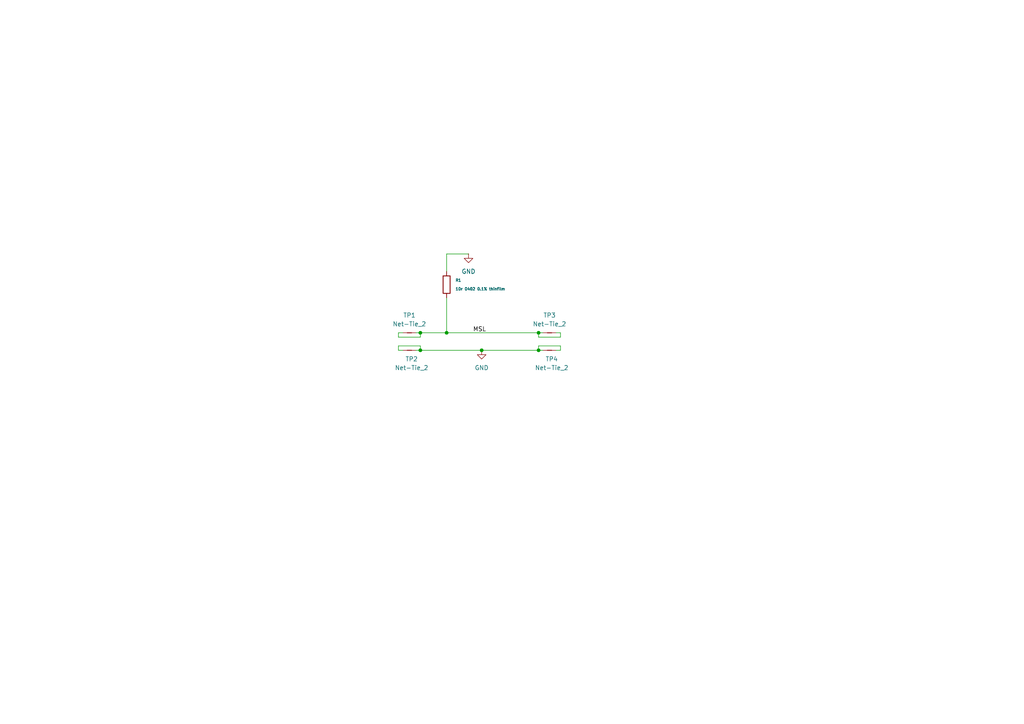
<source format=kicad_sch>
(kicad_sch (version 20230121) (generator eeschema)
  (paper "A4")
  (lib_symbols
    (symbol "1self_passives2:R_10r_0402_0.1%_thinfilm" (pin_numbers hide) (pin_names (offset 1.016))
      (property "Reference" "R" (at 5.08 1.27 0))
      (property "Value" "10r 0402 0.1% thinfilm" (at -3.81 2.54 0))
      (symbol "R_10r_0402_0.1%_thinfilm_1_1"
        (rectangle (start -2.54 1.016) (end 2.54 -1.016) (stroke (width 0.254)))
        (pin passive line (at -3.81 0 0) (length 1.27) (name "~") (number "1"))
        (pin passive line (at 3.81 0 180) (length 1.27) (name "~") (number "2"))
      )
    )
    (symbol "antmicroShuntsJumpers:Net-Tie_2" (pin_numbers hide) (pin_names hide)
      (property "Reference" "TP" (at 21.59 0 0))
      (property "Value" "Net-Tie_2" (at 21.59 -2.54 0))
      (symbol "Net-Tie_2_1_1"
        (polyline (pts (xy 1.27 0) (xy 2.54 0)) (stroke (width 0.254)) (fill (type background)))
        (pin passive line (at 0 0 0) (length 1.27) (name "1") (number "1"))
        (pin passive line (at 3.81 0 180) (length 1.27) (name "2") (number "2"))
      )
    )
    (symbol "antmicropower:GND" (power) (pin_numbers hide) (pin_names hide)
      (property "Value" "GND" (at 8.89 -5.08 0))
      (symbol "GND_1_1"
        (polyline (pts (xy 0 0) (xy 0 -1.27) (xy 1.27 -1.27) (xy 0 -2.54) (xy -1.27 -1.27) (xy 0 -1.27)))
        (pin power_in line (at 0 0 270) (length 0) (name "GND") (number "1"))
      )
    )
  )
  (junction (at 156.21 101.6))
  (junction (at 129.54 96.52))
  (junction (at 121.92 101.6))
  (junction (at 156.21 96.52))
  (junction (at 121.92 96.52))
  (junction (at 139.7 101.6))
  (wire (pts (xy 120.65 96.52) (xy 121.92 96.52)))
  (wire (pts (xy 162.56 100.33) (xy 156.21 100.33)))
  (wire (pts (xy 156.21 96.52) (xy 156.21 97.79)))
  (wire (pts (xy 156.21 97.79) (xy 162.56 97.79)))
  (wire (pts (xy 115.57 97.79) (xy 121.92 97.79)))
  (wire (pts (xy 115.57 100.33) (xy 115.57 101.6)))
  (wire (pts (xy 116.84 96.52) (xy 115.57 96.52)))
  (wire (pts (xy 115.57 101.6) (xy 116.84 101.6)))
  (wire (pts (xy 120.65 101.6) (xy 121.92 101.6)))
  (wire (pts (xy 162.56 97.79) (xy 162.56 96.52)))
  (wire (pts (xy 161.29 101.6) (xy 162.56 101.6)))
  (wire (pts (xy 129.54 73.66) (xy 129.54 78.74)))
  (wire (pts (xy 121.92 100.33) (xy 115.57 100.33)))
  (wire (pts (xy 156.21 96.52) (xy 157.48 96.52)))
  (wire (pts (xy 161.29 96.52) (xy 162.56 96.52)))
  (wire (pts (xy 129.54 86.36) (xy 129.54 96.52)))
  (wire (pts (xy 162.56 101.6) (xy 162.56 100.33)))
  (wire (pts (xy 135.89 73.66) (xy 129.54 73.66)))
  (wire (pts (xy 121.92 101.6) (xy 121.92 100.33)))
  (wire (pts (xy 156.21 100.33) (xy 156.21 101.6)))
  (wire (pts (xy 129.54 96.52) (xy 156.21 96.52)))
  (wire (pts (xy 139.7 101.6) (xy 156.21 101.6)))
  (wire (pts (xy 156.21 101.6) (xy 157.48 101.6)))
  (wire (pts (xy 121.92 97.79) (xy 121.92 96.52)))
  (wire (pts (xy 115.57 96.52) (xy 115.57 97.79)))
  (wire (pts (xy 121.92 101.6) (xy 139.7 101.6)))
  (wire (pts (xy 121.92 96.52) (xy 129.54 96.52)))
  (label "MSL" (at 137.16 96.52 0))
  (symbol (lib_id "antmicroShuntsJumpers:Net-Tie_2") (at 116.84 96.52 0) (unit 1)
    (property "Reference" "TP1" (at 118.745 91.44 0))
    (property "Value" "Net-Tie_2" (at 118.745 93.98 0))
    (property "Footprint" "antmicro-footprints:NetTie-2_SMD_Pad0.127mm" (effects hide))
    (property "Author" "Antmicro" (effects hide))
    (property "License" "Apache-2.0" (effects hide))
  )
  (symbol (lib_id "antmicroShuntsJumpers:Net-Tie_2") (at 157.48 101.6 0) (unit 1)
    (property "Reference" "TP4" (at 160.02 104.14 0))
    (property "Value" "Net-Tie_2" (at 160.02 106.68 0))
    (property "Footprint" "antmicro-footprints:NetTie-2_SMD_Pad0.127mm" (effects hide))
    (property "Author" "Antmicro" (effects hide))
    (property "License" "Apache-2.0" (effects hide))
  )
  (symbol (lib_id "antmicroShuntsJumpers:Net-Tie_2") (at 157.48 96.52 0) (unit 1)
    (property "Reference" "TP3" (at 159.385 91.44 0))
    (property "Value" "Net-Tie_2" (at 159.385 93.98 0))
    (property "Footprint" "antmicro-footprints:NetTie-2_SMD_Pad0.127mm" (effects hide))
    (property "Author" "Antmicro" (effects hide))
    (property "License" "Apache-2.0" (effects hide))
  )
  (symbol (lib_id "antmicropower:GND") (at 135.89 73.66 0) (unit 1)
    (property "Reference" "#PWR01" (effects hide))
    (property "Value" "GND" (at 135.89 78.74 0))
    (property "Author" "Antmicro" (effects hide))
    (property "License" "Apache-2.0" (effects hide))
  )
  (symbol (lib_id "antmicropower:GND") (at 139.7 101.6 0) (unit 1)
    (property "Reference" "#PWR0101" (effects hide))
    (property "Value" "GND" (at 139.7 106.68 0))
    (property "Author" "Antmicro" (effects hide))
    (property "License" "Apache-2.0" (effects hide))
  )
  (symbol (lib_id "antmicroShuntsJumpers:Net-Tie_2") (at 116.84 101.6 0) (unit 1)
    (property "Reference" "TP2" (at 119.38 104.14 0))
    (property "Value" "Net-Tie_2" (at 119.38 106.68 0))
    (property "Footprint" "antmicro-footprints:NetTie-2_SMD_Pad0.127mm" (effects hide))
    (property "Author" "Antmicro" (effects hide))
    (property "License" "Apache-2.0" (effects hide))
  )
  (symbol (lib_id "1self_passives2:R_10r_0402_0.1%_thinfilm") (at 129.54 82.55 90) (unit 1)
    (property "Reference" "R1" (at 132.08 81.28 90) (effects (font (size 0.8 0.8)) (justify right)))
    (property "Value" "10r 0402 0.1% thinfilm" (at 132.08 83.82 90) (effects (font (size 0.8 0.8)) (justify right)))
    (property "Footprint" "1self_passives:R_0402_1005Metric" (effects hide))
    (property "Datasheet" "https://www.te.com/commerce/DocumentDelivery/DDEController?Action=srchrtrv&DocNm=1773200&DocType=DS&DocLang=English" (effects hide))
    (property "similar_resistors" " " (effects hide))
    (property "AVR" "TE Connectivity Passive Product" (effects hide))
    (property "Mfg Part #" "CPF0402B10RE1" (effects hide))
    (property "Description" "RES SMD 10 OHM 0.1% 1/16W 0402 " (effects hide))
    (property "Detailed Description" "10 Ohms ±0.1% 0.063W, 1/16W Chip Resistor 0402 (1005 Metric)  Thin Film" (effects hide))
    (property "size(LWT,mm)" "1x0.5x0.35" (effects hide))
  )
)
</source>
